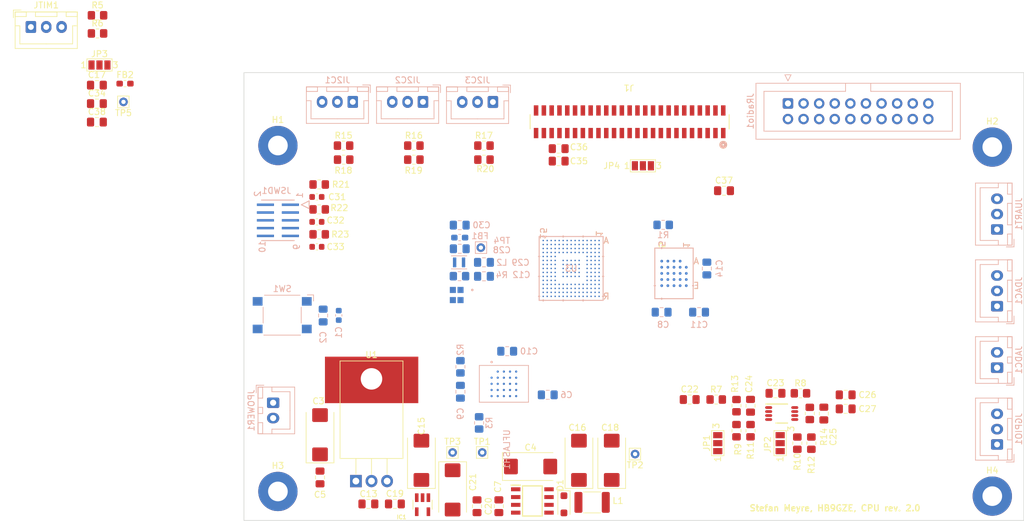
<source format=kicad_pcb>
(kicad_pcb (version 20240108) (generator "pcbnew") (generator_version "8.0")
  (title_block (title "Phasor Radio CPU") (date "2024-08-15") (rev "v2") (company "HB9GZE"))
  (layers (0 "F.Cu" signal) (1 "In1.Cu" power "GND") (2 "In2.Cu" power "+3.3V") (31 "B.Cu" signal) (34 "B.Paste" user) (35 "F.Paste" user) (36 "B.SilkS" user "B.Silkscreen") (37 "F.SilkS" user "F.Silkscreen") (38 "B.Mask" user) (39 "F.Mask" user) (44 "Edge.Cuts" user))
  (net 0 "")
  (net 1 "Net-(PS1-REF)")
  (net 2 "Net-(PS1-COMP)")
  (net 3 "/PG6")
  (net 4 "Net-(IC1-BYP)")
  (net 5 "Net-(C23-Pad2)")
  (net 6 "Net-(U2A-OUT)")
  (net 7 "Net-(JDAC1-Pin_2)")
  (net 8 "/NRST")
  (net 9 "Net-(JDAC1-Pin_3)")
  (net 10 "Net-(JP3-C)")
  (net 11 "/PB13")
  (net 12 "/PB12")
  (net 13 "+5V")
  (net 14 "-5V")
  (net 15 "Net-(JP2-C)")
  (net 16 "Net-(JP3-B)")
  (net 17 "/PD11")
  (net 18 "/PD12")
  (net 19 "/PD15")
  (net 20 "/PD14")
  (net 21 "/PD13")
  (net 22 "Net-(UFLASH1-~{ECS})")
  (net 23 "Net-(U2A-IN-)")
  (net 24 "Net-(U2B-IN-)")
  (net 25 "Net-(U2B-OUT)")
  (net 26 "Net-(C31-Pad1)")
  (net 27 "Net-(C33-Pad2)")
  (net 28 "Net-(C32-Pad2)")
  (net 29 "Net-(D1-K)")
  (net 30 "Net-(JP4-C)")
  (net 32 "Net-(U2A-IN+)")
  (net 33 "Net-(U2B-IN+)")
  (net 34 "Net-(U3B-VDDA)")
  (net 35 "/PD6")
  (net 36 "/PH3")
  (net 37 "/PD3")
  (net 38 "/PG14")
  (net 39 "/PH15")
  (net 40 "GND")
  (net 42 "+3.3V")
  (net 52 "/PE0")
  (net 53 "/PH9")
  (net 54 "/PG12")
  (net 55 "/PE1")
  (net 56 "/PB9")
  (net 57 "/PH11")
  (net 58 "/PH4")
  (net 59 "/PE13")
  (net 60 "/PH8")
  (net 61 "/PG10")
  (net 62 "/PC5")
  (net 63 "/PF0")
  (net 64 "/PC2_C")
  (net 65 "/PF2")
  (net 66 "/PF4")
  (net 67 "/PF12")
  (net 68 "/PH10")
  (net 69 "/PE2")
  (net 70 "/PB2")
  (net 71 "/PB8")
  (net 72 "/PF3")
  (net 73 "/PG0")
  (net 74 "/PF1")
  (net 75 "/PG11")
  (net 76 "/PA6")
  (net 77 "/PG1")
  (net 78 "/PE15")
  (net 79 "/??")
  (net 80 "/PC7")
  (net 81 "/PC13")
  (net 82 "/PB0")
  (net 83 "/PH7")
  (net 84 "/P??")
  (net 85 "/PG13")
  (net 86 "/PB1")
  (net 87 "/PA1_C")
  (net 88 "/PC9")
  (net 89 "/PB15")
  (net 90 "/PA0_C")
  (net 91 "/PB3")
  (net 92 "/PE4")
  (net 93 "/PD1")
  (net 94 "/PH14")
  (net 96 "/PG3")
  (net 97 "/PA3")
  (net 98 "/PE11")
  (net 99 "/PF15")
  (net 100 "/PG9")
  (net 102 "/PF14")
  (net 103 "/PF10")
  (net 104 "/PC6")
  (net 105 "/PG15")
  (net 106 "/PG2")
  (net 107 "/VDD_SDC")
  (net 108 "/PE12")
  (net 109 "/PA15")
  (net 110 "/PC4")
  (net 113 "/PD10")
  (net 115 "/PDR_ON")
  (net 116 "/VLXSMPS")
  (net 117 "/PH0")
  (net 118 "/BOOT0")
  (net 119 "Net-(X1-STAND-BY)")
  (net 120 "/VDDSMPS")
  (net 123 "/PA4")
  (net 125 "/PA0")
  (net 126 "/PB11")
  (net 127 "/PB6")
  (net 129 "/PA14")
  (net 130 "/PF6")
  (net 132 "/PB10")
  (net 133 "/PA5")
  (net 134 "/PA13")
  (net 136 "Net-(JP1-C)")
  (net 137 "/PA8")
  (net 140 "/PH6")
  (net 142 "/PH1")
  (net 149 "Net-(C22-Pad2)")
  (net 157 "/PD0")
  (net 163 "/PA12")
  (net 165 "/PC10")
  (net 168 "Net-(JPOWER1-Pin_2)")
  (net 178 "/PH12")
  (net 180 "/PG7")
  (net 188 "/PD5")
  (net 191 "/PG5")
  (net 192 "/PD4")
  (net 195 "/PB14")
  (net 196 "/PD7")
  (net 198 "/PED7")
  (footprint "Diode_SMD:D_SOD-123F" (layer "F.Cu") (at 112.1111 130.364 -90)
    (property "Reference" "D1")
    (property "Value" "PMEG2010AEH" (hide yes))
  )
  (footprint "Resistor_SMD:R_0805_2012Metric_Pad1.20x1.40mm_HandSolder" (layer "F.Cu") (at 72.252 86.36 180)
    (property "Reference" "R23")
    (property "Value" "22R" (hide yes))
  )
  (footprint "Resistor_SMD:R_0805_2012Metric_Pad1.20x1.40mm_HandSolder" (layer "F.Cu") (at 152.146 115.554 -90)
    (property "Reference" "R14")
    (property "Value" "10k" (hide yes))
  )
  (footprint "Connector_Pin:Pin_D0.7mm_L6.5mm_W1.8mm_FlatFork" (layer "F.Cu") (at 98.806 121.92)
    (property "Reference" "TP1")
    (property "Value" "TestPoint" (hide yes))
  )
  (footprint "Private:OPA1678_L" (layer "F.Cu") (at 147.574 115.57)
    (property "Reference" "U2" (hide yes))
    (property "Value" "OPA1678IDGKT" (hide yes))
  )
  (footprint "Resistor_SMD:R_0805_2012Metric_Pad1.20x1.40mm_HandSolder" (layer "F.Cu") (at 87.67 74.185)
    (property "Reference" "R19")
    (property "Value" "4.7k" (hide yes))
  )
  (footprint "Capacitor_Tantalum_SMD:CP_EIA-7343-30_AVX-N_Pad2.25x2.55mm_HandSolder" (layer "F.Cu") (at 72.39 119.024 90)
    (property "Reference" "C3")
    (property "Value" "47uF Tant. 25V" (hide yes))
  )
  (footprint "Resistor_SMD:R_0805_2012Metric_Pad1.20x1.40mm_HandSolder" (layer "F.Cu") (at 99.084 71.899)
    (property "Reference" "R17")
    (property "Value" "4.7k" (hide yes))
  )
  (footprint "Resistor_SMD:R_0805_2012Metric_Pad1.20x1.40mm_HandSolder" (layer "F.Cu") (at 87.67 71.899)
    (property "Reference" "R16")
    (property "Value" "4.7k" (hide yes))
  )
  (footprint "Capacitor_SMD:C_0603_1608Metric" (layer "F.Cu") (at 71.882 80.264)
    (property "Reference" "C31")
    (property "Value" "PGB1010603" (hide yes))
  )
  (footprint "Private:SOT95P275X120-5N" (layer "F.Cu") (at 89.088 130.427 -90)
    (property "Reference" "IC1")
    (property "Value" "NCP700BSN33T1G" (hide yes))
  )
  (footprint "Capacitor_Tantalum_SMD:CP_EIA-7343-30_AVX-N_Pad2.25x2.55mm_HandSolder" (layer "F.Cu") (at 93.98 128.016 -90)
    (property "Reference" "C21")
    (property "Value" "10uF Tant. 25V" (hide yes))
  )
  (footprint "Connector_Pin:Pin_D0.7mm_L6.5mm_W1.8mm_FlatFork" (layer "F.Cu") (at 123.698 122.174)
    (property "Reference" "TP2")
    (property "Value" "TestPoint" (hide yes))
  )
  (footprint "Capacitor_SMD:C_0805_2012Metric_Pad1.18x1.45mm_HandSolder" (layer "F.Cu") (at 154.432 115.57 90)
    (property "Reference" "C25")
    (property "Value" "1nF" (hide yes))
  )
  (footprint "Resistor_SMD:R_0805_2012Metric_Pad1.20x1.40mm_HandSolder" (layer "F.Cu") (at 76.24 74.185)
    (property "Reference" "R18")
    (property "Value" "4.7k" (hide yes))
  )
  (footprint "Private:TO-220-3_Horizontal_TabDown_GND_Pad" (layer "F.Cu") (at 78.232 126.578)
    (property "Reference" "U1")
    (property "Value" "L7805")
  )
  (footprint "Resistor_SMD:R_0805_2012Metric_Pad1.20x1.40mm_HandSolder" (layer "F.Cu") (at 150.622 112.268)
    (property "Reference" "R8")
    (property "Value" "10k" (hide yes))
  )
  (footprint "Inductor_SMD:L_1812_4532Metric_Pad1.30x3.40mm_HandSolder" (layer "F.Cu") (at 116.6959 130.048)
    (property "Reference" "L1")
    (property "Value" "10uH" (hide yes))
  )
  (footprint "Capacitor_SMD:C_0805_2012Metric_Pad1.18x1.45mm_HandSolder" (layer "F.Cu") (at 111.252 74.422)
    (property "Reference" "C35")
    (property "Value" "10uF" (hide yes))
  )
  (footprint "Resistor_SMD:R_0805_2012Metric_Pad1.20x1.40mm_HandSolder" (layer "F.Cu") (at 99.084 74.185)
    (property "Reference" "R20")
    (property "Value" "4.7k" (hide yes))
  )
  (footprint "Capacitor_SMD:C_0805_2012Metric_Pad1.18x1.45mm_HandSolder" (layer "F.Cu") (at 146.558 112.268)
    (property "Reference" "C23")
    (property "Value" "10uF" (hide yes))
  )
  (footprint "Jumper:SolderJumper-3_P1.3mm_Open_Pad1.0x1.5mm_NumberLabels" (layer "F.Cu") (at 124.968 75.184)
    (property "Reference" "JP4")
    (property "Value" "SolderJumper_3_Open" (hide yes))
  )
  (footprint "Capacitor_Tantalum_SMD:CP_EIA-7343-30_AVX-N_Pad2.25x2.55mm_HandSolder" (layer "F.Cu") (at 88.9 123.19 90)
    (property "Reference" "C15")
    (property "Value" "47uF Tant. 25V" (hide yes))
  )
  (footprint "Capacitor_SMD:C_0805_2012Metric_Pad1.18x1.45mm_HandSolder" (layer "F.Cu") (at 72.39 125.984 -90)
    (property "Reference" "C5")
    (property "Value" "100nF" (hide yes))
  )
  (footprint "Resistor_SMD:R_0805_2012Metric_Pad1.20x1.40mm_HandSolder" (layer "F.Cu") (at 142.494 118.364 90)
    (property "Reference" "R11")
    (property "Value" "10k" (hide yes))
  )
  (footprint "Resistor_SMD:R_0805_2012Metric_Pad1.20x1.40mm_HandSolder" (layer "F.Cu") (at 36.156 50.66)
    (property "Reference" "R5")
    (property "Value" "5k1")
  )
  (footprint "Inductor_SMD:L_0603_1608Metric_Pad1.05x0.95mm_HandSolder" (layer "F.Cu") (at 40.636 61.79)
    (property "Reference" "FB2")
    (property "Value" "FCM1608")
  )
  (footprint "Capacitor_SMD:C_0805_2012Metric_Pad1.18x1.45mm_HandSolder" (layer "F.Cu") (at 36.056 65.05)
    (property "Reference" "C34")
    (property "Value" "4.7uF low ESR")
  )
  (footprint "Jumper:SolderJumper-3_P1.3mm_Open_Pad1.0x1.5mm_NumberLabels" (layer "F.Cu") (at 36.476 58.76)
    (property "Reference" "JP3")
    (property "Value" "SolderJumper_3_Open")
  )
  (footprint "Capacitor_SMD:C_0805_2012Metric_Pad1.18x1.45mm_HandSolder" (layer "F.Cu") (at 97.9566 130.6772 -90)
    (property "Reference" "C20")
    (property "Value" "100nF" (hide yes))
  )
  (footprint "Capacitor_Tantalum_SMD:CP_EIA-7343-30_AVX-N_Pad2.25x2.55mm_HandSolder" (layer "F.Cu") (at 119.888 123.19 90)
    (property "Reference" "C18")
    (property "Value" "100uF Tant. 25V" (hide yes))
  )
  (footprint "Capacitor_SMD:C_0805_2012Metric_Pad1.18x1.45mm_HandSolder" (layer "F.Cu") (at 132.588 113.284)
    (property "Reference" "C22")
    (property "Value" "10uF" (hide yes))
  )
  (footprint "Resistor_SMD:R_0805_2012Metric_Pad1.20x1.40mm_HandSolder" (layer "F.Cu") (at 76.224 71.899)
    (property "Reference" "R15")
    (property "Value" "4.7k" (hide yes))
  )
  (footprint "Capacitor_SMD:C_0805_2012Metric_Pad1.18x1.45mm_HandSolder" (layer "F.Cu") (at 36.056 62.04)
    (property "Reference" "C17")
    (property "Value" "4.7uF low ESR")
  )
  (footprint "Private:CON50_2X25_UF_FLE_SAI" (layer "F.Cu") (at 138.0514 66.167 180)
    (property "Reference" "J1")
    (property "Value" "FLE-125-01-G-DV" (hide yes))
  )
  (footprint "Capacitor_Tantalum_SMD:CP_EIA-7343-30_AVX-N_Pad2.25x2.55mm_HandSolder" (layer "F.Cu") (at 106.68 124.206)
    (property "Reference" "C4")
    (property "Value" "10uF Tant. 25V" (hide yes))
  )
  (footprint "Private:SOIC127P600X175-8N" (layer "F.Cu") (at 106.9674 129.8191)
    (property "Reference" "PS1" (hide yes))
    (property "Value" "TPS6735ID" (hide yes))
  )
  (footprint "Jumper:SolderJumper-3_P1.3mm_Open_Pad1.0x1.5mm_NumberLabels" (layer "F.Cu") (at 147.32 120.396 90)
    (property "Reference" "JP2")
    (property "Value" "SolderJumper_3_Open" (hide yes))
  )
  (footprint "Capacitor_SMD:C_0805_2012Metric_Pad1.18x1.45mm_HandSolder" (layer "F.Cu") (at 84.582 130.302)
    (property "Reference" "C19")
    (property "Value" "1uF" (hide yes))
  )
  (footprint "Resistor_SMD:R_0805_2012Metric_Pad1.20x1.40mm_HandSolder" (layer "F.Cu") (at 140.208 114.284 -90)
    (property "Reference" "R13")
    (property "Value" "10k" (hide yes))
  )
  (footprint "Capacitor_SMD:C_0805_2012Metric_Pad1.18x1.45mm_HandSolder" (layer "F.Cu") (at 157.988 112.522)
    (property "Reference" "C26")
    (property "Value" "10uF" (hide yes))
  )
  (footprint "MountingHole:MountingHole_3.2mm_M3_Pad_TopBottom" (layer "F.Cu") (at 65.532 71.882)
    (property "Reference" "H1")
    (property "Value" "MountingHole_Pad" (hide yes))
  )
  (footprint "MountingHole:MountingHole_3.2mm_M3_Pad_TopBottom" (layer "F.Cu") (at 181.864 72.136)
    (property "Reference" "H2")
    (property "Value" "MountingHole_Pad" (hide yes))
  )
  (footprint "Capacitor_SMD:C_0805_2012Metric_Pad1.18x1.45mm_HandSolder" (layer "F.Cu") (at 36.056 68.06)
    (property "Reference" "C38")
    (property "Value" "4.7uF low ESR")
  )
  (footprint "Capacitor_SMD:C_0805_2012Metric_Pad1.18x1.45mm_HandSolder" (layer "F.Cu") (at 101.5123 130.6723 -90)
    (property "Reference" "C7")
    (property "Value" "optional: 82pF" (hide yes))
  )
  (footprint "Resistor_SMD:R_0805_2012Metric_Pad1.20x1.40mm_HandSolder" (layer "F.Cu") (at 152.4 120.396 90)
    (property "Reference" "R12")
    (property "Value" "10k" (hide yes))
  )
  (footprint "Capacitor_SMD:C_0603_1608Metric" (layer "F.Cu") (at 71.882 84.328 180)
    (property "Reference" "C32")
    (property "Value" "PGB1010603" (hide yes))
  )
  (footprint "Jumper:SolderJumper-3_P1.3mm_Open_Pad1.0x1.5mm_NumberLabels" (layer "F.Cu") (at 137.16 120.396 90)
    (property "Reference" "JP1")
    (property "Value" "SolderJumper_3_Open" (hide yes))
  )
  (footprint "Capacitor_SMD:C_0805_2012Metric_Pad1.18x1.45mm_HandSolder" (layer "F.Cu") (at 80.264 130.302 180)
    (property "Reference" "C13")
    (property "Value" "100nF" (hide yes))
  )
  (footprint "Capacitor_SMD:C_0805_2012Metric_Pad1.18x1.45mm_HandSolder" (layer "F.Cu") (at 142.494 114.3 90)
    (property "Reference" "C24")
    (property "Value" "1nF" (hide yes))
  )
  (footprint "Capacitor_Tantalum_SMD:CP_EIA-7343-30_AVX-N_Pad2.25x2.55mm_HandSolder" (layer "F.Cu") (at 114.554 123.19 90)
    (property "Reference" "C16")
    (property "Value" "1uF, Tant. 25V" (hide yes))
  )
  (footprint "Connector_Pin:Pin_D0.7mm_L6.5mm_W1.8mm_FlatFork" (layer "F.Cu") (at 40.386 64.77)
    (property "Reference" "TP5")
    (property "Value" "TestPoint")
  )
  (footprint "Resistor_SMD:R_0805_2012Metric_Pad1.20x1.40mm_HandSolder" (layer "F.Cu") (at 72.252 78.232)
    (property "Reference" "R21")
    (property "Value" "22R" (hide yes))
  )
  (footprint "Capacitor_SMD:C_0805_2012Metric_Pad1.18x1.45mm_HandSolder" (layer "F.Cu") (at 138.176 79.248)
    (property "Reference" "C37")
    (property "Value" "100nF" (hide yes))
  )
  (footprint "Connector_Pin:Pin_D0.7mm_L6.5mm_W1.8mm_FlatFork" (layer "F.Cu") (at 93.98 121.92)
    (property "Reference" "TP3")
    (property "Value" "TestPoint" (hide yes))
  )
  (footprint "Resistor_SMD:R_0805_2012Metric_Pad1.20x1.40mm_HandSolder" (layer "F.Cu") (at 36.156 53.61)
    (property "Reference" "R6")
    (property "Value" "10k")
  )
  (footprint "Resistor_SMD:R_0805_2012Metric_Pad1.20x1.40mm_HandSolder" (layer "F.Cu") (at 150.114 120.396 -90)
    (property "Reference" "R10")
    (property "Value" "10k" (hide yes))
  )
  (footprint "Resistor_SMD:R_0805_2012Metric_Pad1.20x1.40mm_HandSolder" (layer "F.Cu") (at 140.208 118.364 -90)
    (property "Reference" "R9")
    (property "Value" "10k" (hide yes))
  )
  (footprint "MountingHole:MountingHole_3.2mm_M3_Pad_TopBottom" (layer "F.Cu") (at 65.532 128.27)
    (property "Reference" "H3")
    (property "Value" "MountingHole_Pad" (hide yes))
  )
  (footprint "Connector_JST:JST_XH_B3B-XH-A_1x03_P2.50mm_Vertical" (layer "F.Cu") (at 25.306 52.56)
    (property "Reference" "JTIM1")
    (property "Value" "Conn_01x03_Socket")
  )
  (footprint "MountingHole:MountingHole_3.2mm_M3_Pad_TopBottom" (layer "F.Cu") (at 181.864 129.032)
    (property "Reference" "H4")
    (property "Value" "MountingHole_Pad" (hide yes))
  )
  (footprint "Resistor_SMD:R_0805_2012Metric_Pad1.20x1.40mm_HandSolder" (layer "F.Cu") (at 136.906 113.284)
    (property "Reference" "R7")
    (property "Value" "10k" (hide yes))
  )
  (footprint "Capacitor_SMD:C_0805_2012Metric_Pad1.18x1.45mm_HandSolder" (layer "F.Cu") (at 111.252 72.39)
    (property "Reference" "C36")
    (property "Value" "100nF" (hide yes))
  )
  (footprint "Resistor_SMD:R_0805_2012Metric_Pad1.20x1.40mm_HandSolder" (layer "F.Cu") (at 72.252 82.296)
    (property "Reference" "R22")
    (property "Value" "22R" (hide yes))
  )
  (footprint "Capacitor_SMD:C_0603_1608Metric" (layer "F.Cu") (at 71.882 88.392 180)
    (property "Reference" "C33")
    (property "Value" "PGB1010603" (hide yes))
  )
  (footprint "Capacitor_SMD:C_0805_2012Metric_Pad1.18x1.45mm_HandSolder" (layer "F.Cu") (at 157.988 114.808)
    (property "Reference" "C27")
    (property "Value" "10uF" (hide yes))
  )
  (footprint "Capacitor_SMD:C_0603_1608Metric" (layer "B.Cu") (at 75.438 99.568 -90)
    (property "Reference" "C1")
    (property "Value" "PGB1010603" (hide yes))
  )
  (footprint "Connector_JST:JST_XH_B3B-XH-A_1x03_P2.50mm_Vertical" (layer "B.Cu") (at 100.544 64.787 180)
    (property "Reference" "JI2C3")
    (property "Value" "Conn_01x03_Socket" (hide yes))
  )
  (footprint "Private:CON10_2X5_DUK_FTSH_SAI-M" (layer "B.Cu") (at 65.532 84.074 -90)
    (property "Reference" "JSWD1")
    (property "Value" "FTSH-105-01-L-DV-K" (hide yes))
  )
  (footprint "Private:BGA_735IGK6_STM" (layer "B.Cu") (at 113.284 91.918028 180)
    (property "Reference" "U3")
    (property "Value" "STM32H735IGK6")
  )
  (footprint "Resistor_SMD:R_0805_2012Metric_Pad1.20x1.40mm_HandSolder" (layer "B.Cu") (at 95.0993 93.1752)
    (property "Reference" "R4")
    (property "Value" "10k" (hide yes))
  )
  (footprint "Capacitor_SMD:C_0805_2012Metric_Pad1.18x1.45mm_HandSolder" (layer "B.Cu") (at 95.1377 84.8556)
    (property "Reference" "C30")
    (property "Value" "10uF" (hide yes))
  )
  (footprint "Capacitor_SMD:C_0805_2012Metric_Pad1.18x1.45mm_HandSolder" (layer "B.Cu") (at 72.898 99.5895 90)
    (property "Reference" "C2")
    (property "Value" "100nF" (hide yes))
  )
  (footprint "Connector_Pin:Pin_D0.7mm_L6.5mm_W1.8mm_FlatFork" (layer "B.Cu") (at 98.579 88.5253 180)
    (property "Reference" "TP4")
    (property "Value" "TestPoint" (hide yes))
  )
  (footprint "Connector_JST:JST_XH_B3B-XH-A_1x03_P2.50mm_Vertical" (layer "B.Cu") (at 182.643 120.61 90)
    (property "Reference" "JGPIO1")
    (property "Value" "Conn_01x03_Socket" (hide yes))
  )
  (footprint "Resistor_SMD:R_0805_2012Metric_Pad1.20x1.40mm_HandSolder" (layer "B.Cu") (at 95.25 107.95 -90)
    (property "Reference" "R2")
    (property "Value" "10k" (hide yes))
  )
  (footprint "Inductor_SMD:L_Murata_DFE201610P" (layer "B.Cu") (at 95.033 90.932 180)
    (property "Reference" "L2")
    (property "Value" "2.2uH" (hide yes))
  )
  (footprint "Capacitor_SMD:C_0805_2012Metric_Pad1.18x1.45mm_HandSolder" (layer "B.Cu") (at 102.87 105.41 180)
    (property "Reference" "C10")
    (property "Value" "100nF" (hide yes))
  )
  (footprint "Capacitor_SMD:C_0805_2012Metric_Pad1.18x1.45mm_HandSolder" (layer "B.Cu") (at 99.0879 93.2003 180)
    (property "Reference" "C12")
    (property "Value" "100nF" (hide yes))
  )
  (footprint "Connector_IDC:IDC-Header_2x10_P2.54mm_Vertical" (layer "B.Cu") (at 148.59 65.024 -90)
    (property "Reference" "JRadio1")
    (property "Value" "Conn_02x10_Odd_Even" (hide yes))
  )
  (footprint "Inductor_SMD:L_0603_1608Metric_Pad1.05x0.95mm_HandSolder" (layer "B.Cu") (at 95.1377 86.8876 180)
    (property "Reference" "FB1")
    (property "Value" "FBMJ1608" (hide yes))
  )
  (footprint "Connector_JST:JST_XH_B2B-XH-A_1x02_P2.50mm_Vertical" (layer "B.Cu") (at 182.643 108.0927 90)
    (property "Reference" "JADC1")
    (property "Value" "Conn_01x02_Socket" (hide yes))
  )
  (footprint "Connector_JST:JST_XH_B2B-XH-A_1x02_P2.50mm_Vertical" (layer "B.Cu") (at 64.753 113.812 -90)
    (property "Reference" "JPOWER1")
    (property "Value" "Conn_01x02_Socket" (hide yes))
  )
  (footprint "Connector_JST:JST_XH_B3B-XH-A_1x03_P2.50mm_Vertical" (layer "B.Cu") (at 182.643 98.0753 90)
    (property "Reference" "JDAC1")
    (property "Value" "Conn_01x03_Socket" (hide yes))
  )
  (footprint "Resistor_SMD:R_0805_2012Metric_Pad1.20x1.40mm_HandSolder" (layer "B.Cu") (at 98.298 117.094 90)
    (property "Reference" "R3")
    (property "Value" "10k" (hide yes))
  )
  (footprint "Connector_JST:JST_XH_B3B-XH-A_1x03_P2.50mm_Vertical" (layer "B.Cu") (at 77.724 64.77 180)
    (property "Reference" "JI2C1")
    (property "Value" "Conn_01x03_Socket" (hide yes))
  )
  (footprint "Button_Switch_SMD:SW_SPST_Omron_B3FS-100xP" (layer "B.Cu") (at 66.23 99.532 180)
    (property "Reference" "SW1")
    (property "Value" "SW_Omron_B3FS" (hide yes))
  )
  (footprint "Capacitor_SMD:C_0805_2012Metric_Pad1.18x1.45mm_HandSolder" (layer "B.Cu") (at 134.112 99.044 180)
    (property "Reference" "C11")
    (property "Value" "100nF" (hide yes))
  )
  (footprint "Capacitor_SMD:C_0805_2012Metric_Pad1.18x1.45mm_HandSolder" (layer "B.Cu") (at 128.016 99.044 180)
    (property "Reference" "C8")
    (property "Value" "100nF" (hide yes))
  )
  (footprint "Capacitor_SMD:C_0805_2012Metric_Pad1.18x1.45mm_HandSolder" (layer "B.Cu") (at 135.382 91.932 90)
    (property "Reference" "C14")
    (property "Value" "100nF" (hide yes))
  )
  (footprint "Private:TFBGA24_6X8_ISI" (layer "B.Cu") (at 130.032 92.726 180)
    (property "Reference" "UHYPERRAM1" (hide yes))
    (property "Value" "IS66WVH16M8DBLL-100B1LI" (hide yes))
  )
  (footprint "Capacitor_SMD:C_0805_2012Metric_Pad1.18x1.45mm_HandSolder" (layer "B.Cu") (at 99.0842 90.9234)
    (property "Reference" "C29")
    (property "Value" "10uF" (hide yes))
  )
  (footprint "Capacitor_SMD:C_0805_2012Metric_Pad1.18x1.45mm_HandSolder" (layer "B.Cu") (at 109.474 112.522)
    (property "Reference" "C6")
    (property "Value" "100nF" (hide yes))
  )
  (footprint "Resistor_SMD:R_0805_2012Metric_Pad1.20x1.40mm_HandSolder" (layer "B.Cu") (at 128.27 84.82)
    (property "Reference" "R1")
    (property "Value" "10k" (hide yes))
  )
  (footprint "Private:BGA24C100P5X5_600X800X120" (layer "B.Cu") (at 102.33 110.728 -90)
    (property "Reference" "UFLASH1")
    (property "Value" "MX25LM51245GXDI00" (hide yes))
  )
  (footprint "Connector_JST:JST_XH_B3B-XH-A_1x03_P2.50mm_Vertical" (layer "B.Cu") (at 182.643 85.558 90)
    (property "Reference" "JUART1")
    (property "Value" "Conn_01x03_Socket" (hide yes))
  )
  (footprint "Capacitor_SMD:C_0805_2012Metric_Pad1.18x1.45mm_HandSolder" (layer "B.Cu") (at 95.144 88.7142 180)
    (property "Reference" "C28")
    (property "Value" "220pF" (hide yes))
  )
  (footprint "Capacitor_SMD:C_0805_2012Metric_Pad1.18x1.45mm_HandSolder" (layer "B.Cu") (at 95.25 112.014 90)
    (property "Reference" "C9")
    (property "Value" "100nF" (hide yes))
  )
  (footprint "Private:NSC5004_NDK" (layer "B.Cu") (at 94.6443 96.2486 180)
    (property "Reference" "X1" (hide yes))
    (property "Value" "NSC5004A-25M" (hide yes))
  )
  (footprint "Connector_JST:JST_XH_B3B-XH-A_1x03_P2.50mm_Vertical" (layer "B.Cu") (at 89.154 64.77 180)
    (property "Reference" "JI2C2")
    (property "Value" "Conn_01x03_Socket" (hide yes))
  )
  (gr_rect (start 60 60) (end 187 133) (stroke (width 0.1)) (fill none) (layer "Edge.Cuts"))
  (gr_text "Stefan Meyre, HB9GZE, CPU rev. 2.0" (at 142.24 131.572 0) (layer "F.SilkS") (effects (font (size 1 1) (thickness 0.2) (bold yes)) (justify left bottom)))
)
</source>
